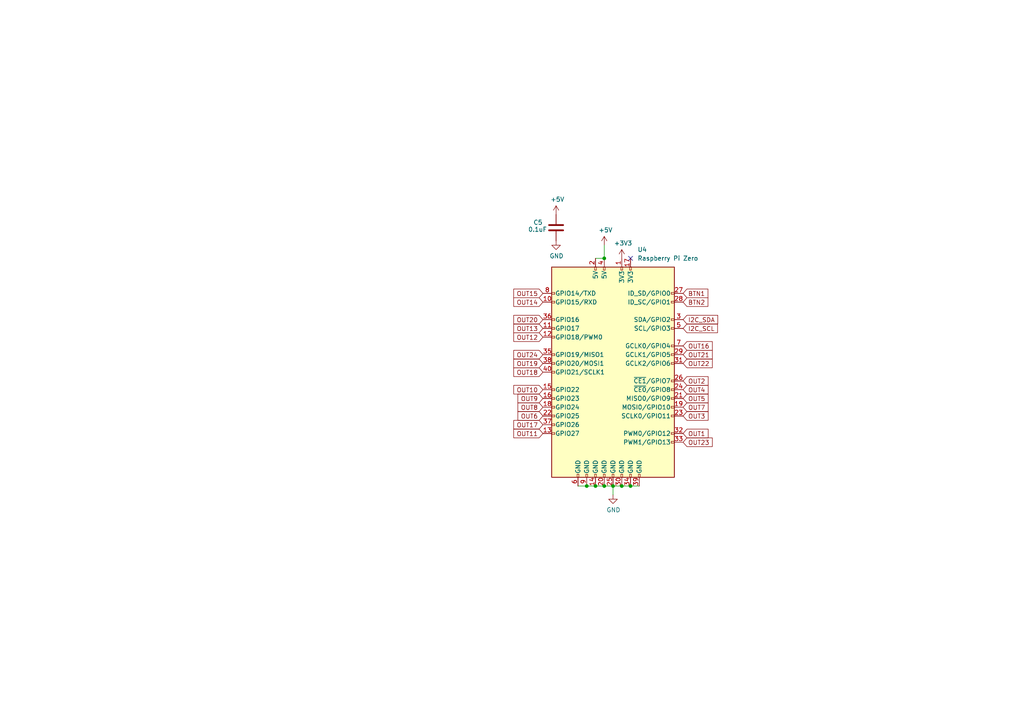
<source format=kicad_sch>
(kicad_sch (version 20211123) (generator eeschema)
  (paper "A4")
  (title_block (title "Pi Zero 24 Diff") (date "2022-08-31") (rev "v1") (company "Scott Hanson"))
  (lib_symbols
    (symbol "Connector:Raspberry_Pi_2_3" (pin_names (offset 1.016))
      (property "Reference" "J" (at -17.78 31.75 0))
      (property "Value" "Raspberry_Pi_2_3" (at 10.16 -31.75 0))
      (symbol "Raspberry_Pi_2_3_0_1"
        (rectangle (start -17.78 30.48) (end 17.78 -30.48) (stroke (width 0.254)) (fill (type background)))
      )
      (symbol "Raspberry_Pi_2_3_1_1"
        (rectangle (start -16.891 -17.526) (end -17.78 -18.034))
        (rectangle (start -16.891 -14.986) (end -17.78 -15.494))
        (rectangle (start -16.891 -12.446) (end -17.78 -12.954))
        (rectangle (start -16.891 -9.906) (end -17.78 -10.414))
        (rectangle (start -16.891 -7.366) (end -17.78 -7.874))
        (rectangle (start -16.891 -4.826) (end -17.78 -5.334))
        (rectangle (start -16.891 0.254) (end -17.78 -0.254))
        (rectangle (start -16.891 2.794) (end -17.78 2.286))
        (rectangle (start -16.891 5.334) (end -17.78 4.826))
        (rectangle (start -16.891 10.414) (end -17.78 9.906))
        (rectangle (start -16.891 12.954) (end -17.78 12.446))
        (rectangle (start -16.891 15.494) (end -17.78 14.986))
        (rectangle (start -16.891 20.574) (end -17.78 20.066))
        (rectangle (start -16.891 23.114) (end -17.78 22.606))
        (rectangle (start -10.414 -29.591) (end -9.906 -30.48))
        (rectangle (start -7.874 -29.591) (end -7.366 -30.48))
        (rectangle (start -5.334 -29.591) (end -4.826 -30.48))
        (rectangle (start -5.334 30.48) (end -4.826 29.591))
        (rectangle (start -2.794 -29.591) (end -2.286 -30.48))
        (rectangle (start -2.794 30.48) (end -2.286 29.591))
        (rectangle (start -0.254 -29.591) (end 0.254 -30.48))
        (rectangle (start 2.286 -29.591) (end 2.794 -30.48))
        (rectangle (start 2.286 30.48) (end 2.794 29.591))
        (rectangle (start 4.826 -29.591) (end 5.334 -30.48))
        (rectangle (start 4.826 30.48) (end 5.334 29.591))
        (rectangle (start 7.366 -29.591) (end 7.874 -30.48))
        (rectangle (start 17.78 -20.066) (end 16.891 -20.574))
        (rectangle (start 17.78 -17.526) (end 16.891 -18.034))
        (rectangle (start 17.78 -12.446) (end 16.891 -12.954))
        (rectangle (start 17.78 -9.906) (end 16.891 -10.414))
        (rectangle (start 17.78 -7.366) (end 16.891 -7.874))
        (rectangle (start 17.78 -4.826) (end 16.891 -5.334))
        (rectangle (start 17.78 -2.286) (end 16.891 -2.794))
        (rectangle (start 17.78 2.794) (end 16.891 2.286))
        (rectangle (start 17.78 5.334) (end 16.891 4.826))
        (rectangle (start 17.78 7.874) (end 16.891 7.366))
        (rectangle (start 17.78 12.954) (end 16.891 12.446))
        (rectangle (start 17.78 15.494) (end 16.891 14.986))
        (rectangle (start 17.78 20.574) (end 16.891 20.066))
        (rectangle (start 17.78 23.114) (end 16.891 22.606))
        (pin power_in line (at 2.54 33.02 270) (length 2.54) (name "3V3") (number "1"))
        (pin bidirectional line (at -20.32 20.32 0) (length 2.54) (name "GPIO15/RXD") (number "10"))
        (pin bidirectional line (at -20.32 12.7 0) (length 2.54) (name "GPIO17") (number "11"))
        (pin bidirectional line (at -20.32 10.16 0) (length 2.54) (name "GPIO18/PWM0") (number "12"))
        (pin bidirectional line (at -20.32 -17.78 0) (length 2.54) (name "GPIO27") (number "13"))
        (pin power_in line (at -5.08 -33.02 90) (length 2.54) (name "GND") (number "14"))
        (pin bidirectional line (at -20.32 -5.08 0) (length 2.54) (name "GPIO22") (number "15"))
        (pin bidirectional line (at -20.32 -7.62 0) (length 2.54) (name "GPIO23") (number "16"))
        (pin power_in line (at 5.08 33.02 270) (length 2.54) (name "3V3") (number "17"))
        (pin bidirectional line (at -20.32 -10.16 0) (length 2.54) (name "GPIO24") (number "18"))
        (pin bidirectional line (at 20.32 -10.16 180) (length 2.54) (name "MOSI0/GPIO10") (number "19"))
        (pin power_in line (at -5.08 33.02 270) (length 2.54) (name "5V") (number "2"))
        (pin power_in line (at -2.54 -33.02 90) (length 2.54) (name "GND") (number "20"))
        (pin bidirectional line (at 20.32 -7.62 180) (length 2.54) (name "MISO0/GPIO9") (number "21"))
        (pin bidirectional line (at -20.32 -12.7 0) (length 2.54) (name "GPIO25") (number "22"))
        (pin bidirectional line (at 20.32 -12.7 180) (length 2.54) (name "SCLK0/GPIO11") (number "23"))
        (pin bidirectional line (at 20.32 -5.08 180) (length 2.54) (name "~{CE0}/GPIO8") (number "24"))
        (pin power_in line (at 0 -33.02 90) (length 2.54) (name "GND") (number "25"))
        (pin bidirectional line (at 20.32 -2.54 180) (length 2.54) (name "~{CE1}/GPIO7") (number "26"))
        (pin bidirectional line (at 20.32 22.86 180) (length 2.54) (name "ID_SD/GPIO0") (number "27"))
        (pin bidirectional line (at 20.32 20.32 180) (length 2.54) (name "ID_SC/GPIO1") (number "28"))
        (pin bidirectional line (at 20.32 5.08 180) (length 2.54) (name "GCLK1/GPIO5") (number "29"))
        (pin bidirectional line (at 20.32 15.24 180) (length 2.54) (name "SDA/GPIO2") (number "3"))
        (pin power_in line (at 2.54 -33.02 90) (length 2.54) (name "GND") (number "30"))
        (pin bidirectional line (at 20.32 2.54 180) (length 2.54) (name "GCLK2/GPIO6") (number "31"))
        (pin bidirectional line (at 20.32 -17.78 180) (length 2.54) (name "PWM0/GPIO12") (number "32"))
        (pin bidirectional line (at 20.32 -20.32 180) (length 2.54) (name "PWM1/GPIO13") (number "33"))
        (pin power_in line (at 5.08 -33.02 90) (length 2.54) (name "GND") (number "34"))
        (pin bidirectional line (at -20.32 5.08 0) (length 2.54) (name "GPIO19/MISO1") (number "35"))
        (pin bidirectional line (at -20.32 15.24 0) (length 2.54) (name "GPIO16") (number "36"))
        (pin bidirectional line (at -20.32 -15.24 0) (length 2.54) (name "GPIO26") (number "37"))
        (pin bidirectional line (at -20.32 2.54 0) (length 2.54) (name "GPIO20/MOSI1") (number "38"))
        (pin power_in line (at 7.62 -33.02 90) (length 2.54) (name "GND") (number "39"))
        (pin power_in line (at -2.54 33.02 270) (length 2.54) (name "5V") (number "4"))
        (pin bidirectional line (at -20.32 0 0) (length 2.54) (name "GPIO21/SCLK1") (number "40"))
        (pin bidirectional line (at 20.32 12.7 180) (length 2.54) (name "SCL/GPIO3") (number "5"))
        (pin power_in line (at -10.16 -33.02 90) (length 2.54) (name "GND") (number "6"))
        (pin bidirectional line (at 20.32 7.62 180) (length 2.54) (name "GCLK0/GPIO4") (number "7"))
        (pin bidirectional line (at -20.32 22.86 0) (length 2.54) (name "GPIO14/TXD") (number "8"))
        (pin power_in line (at -7.62 -33.02 90) (length 2.54) (name "GND") (number "9"))
      )
    )
    (symbol "Device:C" (pin_numbers hide) (pin_names (offset 0.254))
      (property "Reference" "C" (at 0.635 2.54 0))
      (property "Value" "C" (at 0.635 -2.54 0))
      (symbol "C_0_1"
        (polyline (pts (xy -2.032 -0.762) (xy 2.032 -0.762)) (stroke (width 0.508)))
        (polyline (pts (xy -2.032 0.762) (xy 2.032 0.762)) (stroke (width 0.508)))
      )
      (symbol "C_1_1"
        (pin passive line (at 0 3.81 270) (length 2.794) (name "~") (number "1"))
        (pin passive line (at 0 -3.81 90) (length 2.794) (name "~") (number "2"))
      )
    )
    (symbol "power:+3.3V" (power) (pin_names (offset 0))
      (property "Value" "+3.3V" (at 0 3.556 0))
      (symbol "+3.3V_0_1"
        (polyline (pts (xy -0.762 1.27) (xy 0 2.54)))
        (polyline (pts (xy 0 0) (xy 0 2.54)))
        (polyline (pts (xy 0 2.54) (xy 0.762 1.27)))
      )
      (symbol "+3.3V_1_1"
        (pin power_in line (at 0 0 90) (length 0) hide (name "+3V3") (number "1"))
      )
    )
    (symbol "power:+5V" (power) (pin_names (offset 0))
      (property "Value" "+5V" (at 0 3.556 0))
      (symbol "+5V_0_1"
        (polyline (pts (xy -0.762 1.27) (xy 0 2.54)))
        (polyline (pts (xy 0 0) (xy 0 2.54)))
        (polyline (pts (xy 0 2.54) (xy 0.762 1.27)))
      )
      (symbol "+5V_1_1"
        (pin power_in line (at 0 0 90) (length 0) hide (name "+5V") (number "1"))
      )
    )
    (symbol "power:GND" (power) (pin_names (offset 0))
      (property "Value" "GND" (at 0 -3.81 0))
      (symbol "GND_0_1"
        (polyline (pts (xy 0 0) (xy 0 -1.27) (xy 1.27 -1.27) (xy 0 -2.54) (xy -1.27 -1.27) (xy 0 -1.27)))
      )
      (symbol "GND_1_1"
        (pin power_in line (at 0 0 270) (length 0) hide (name "GND") (number "1"))
      )
    )
  )
  (junction (at 180.34 140.97))
  (junction (at 172.72 140.97))
  (junction (at 175.26 140.97))
  (junction (at 177.8 140.97))
  (junction (at 175.26 74.93))
  (junction (at 182.88 140.97))
  (junction (at 170.18 140.97))
  (no_connect (at 182.88 74.93))
  (wire (pts (xy 170.18 140.97) (xy 172.72 140.97)))
  (wire (pts (xy 172.72 140.97) (xy 175.26 140.97)))
  (wire (pts (xy 180.34 140.97) (xy 182.88 140.97)))
  (wire (pts (xy 177.8 140.97) (xy 180.34 140.97)))
  (wire (pts (xy 172.72 74.93) (xy 175.26 74.93)))
  (wire (pts (xy 175.26 71.12) (xy 175.26 74.93)))
  (wire (pts (xy 175.26 140.97) (xy 177.8 140.97)))
  (wire (pts (xy 177.8 140.97) (xy 177.8 143.51)))
  (wire (pts (xy 167.64 140.97) (xy 170.18 140.97)))
  (wire (pts (xy 182.88 140.97) (xy 185.42 140.97)))
  (global_label "OUT12" (shape input) (at 157.48 97.79 180) (property "Intersheet References" "${INTERSHEET_REFS}" (effects hide)))
  (global_label "OUT18" (shape input) (at 157.48 107.95 180) (property "Intersheet References" "${INTERSHEET_REFS}" (effects hide)))
  (global_label "OUT21" (shape input) (at 198.12 102.87 0) (property "Intersheet References" "${INTERSHEET_REFS}" (effects hide)))
  (global_label "OUT22" (shape input) (at 198.12 105.41 0) (property "Intersheet References" "${INTERSHEET_REFS}" (effects hide)))
  (global_label "OUT6" (shape input) (at 157.48 120.65 180) (property "Intersheet References" "${INTERSHEET_REFS}" (effects hide)))
  (global_label "OUT8" (shape input) (at 157.48 118.11 180) (property "Intersheet References" "${INTERSHEET_REFS}" (effects hide)))
  (global_label "OUT15" (shape input) (at 157.48 85.09 180) (property "Intersheet References" "${INTERSHEET_REFS}" (effects hide)))
  (global_label "OUT2" (shape input) (at 198.12 110.49 0) (property "Intersheet References" "${INTERSHEET_REFS}" (effects hide)))
  (global_label "I2C_SDA" (shape input) (at 198.12 92.71 0) (property "Intersheet References" "${INTERSHEET_REFS}" (effects hide)))
  (global_label "BTN1" (shape input) (at 198.12 85.09 0) (property "Intersheet References" "${INTERSHEET_REFS}" (effects hide)))
  (global_label "OUT13" (shape input) (at 157.48 95.25 180) (property "Intersheet References" "${INTERSHEET_REFS}" (effects hide)))
  (global_label "OUT4" (shape input) (at 198.12 113.03 0) (property "Intersheet References" "${INTERSHEET_REFS}" (effects hide)))
  (global_label "BTN2" (shape input) (at 198.12 87.63 0) (property "Intersheet References" "${INTERSHEET_REFS}" (effects hide)))
  (global_label "OUT23" (shape input) (at 198.12 128.27 0) (property "Intersheet References" "${INTERSHEET_REFS}" (effects hide)))
  (global_label "OUT17" (shape input) (at 157.48 123.19 180) (property "Intersheet References" "${INTERSHEET_REFS}" (effects hide)))
  (global_label "OUT19" (shape input) (at 157.48 105.41 180) (property "Intersheet References" "${INTERSHEET_REFS}" (effects hide)))
  (global_label "OUT5" (shape input) (at 198.12 115.57 0) (property "Intersheet References" "${INTERSHEET_REFS}" (effects hide)))
  (global_label "OUT14" (shape input) (at 157.48 87.63 180) (property "Intersheet References" "${INTERSHEET_REFS}" (effects hide)))
  (global_label "OUT11" (shape input) (at 157.48 125.73 180) (property "Intersheet References" "${INTERSHEET_REFS}" (effects hide)))
  (global_label "OUT20" (shape input) (at 157.48 92.71 180) (property "Intersheet References" "${INTERSHEET_REFS}" (effects hide)))
  (global_label "OUT16" (shape input) (at 198.12 100.33 0) (property "Intersheet References" "${INTERSHEET_REFS}" (effects hide)))
  (global_label "OUT24" (shape input) (at 157.48 102.87 180) (property "Intersheet References" "${INTERSHEET_REFS}" (effects hide)))
  (global_label "OUT9" (shape input) (at 157.48 115.57 180) (property "Intersheet References" "${INTERSHEET_REFS}" (effects hide)))
  (global_label "OUT10" (shape input) (at 157.48 113.03 180) (property "Intersheet References" "${INTERSHEET_REFS}" (effects hide)))
  (global_label "OUT3" (shape input) (at 198.12 120.65 0) (property "Intersheet References" "${INTERSHEET_REFS}" (effects hide)))
  (global_label "I2C_SCL" (shape input) (at 198.12 95.25 0) (property "Intersheet References" "${INTERSHEET_REFS}" (effects hide)))
  (global_label "OUT7" (shape input) (at 198.12 118.11 0) (property "Intersheet References" "${INTERSHEET_REFS}" (effects hide)))
  (global_label "OUT1" (shape input) (at 198.12 125.73 0) (property "Intersheet References" "${INTERSHEET_REFS}" (effects hide)))
  (symbol (lib_id "power:+5V") (at 161.29 62.23 0) (unit 1)
    (property "Reference" "#PWR025" (effects hide))
    (property "Value" "+5V" (at 161.671 57.8358 0))
  )
  (symbol (lib_id "power:GND") (at 177.8 143.51 0) (unit 1)
    (property "Reference" "#PWR028" (effects hide))
    (property "Value" "GND" (at 177.927 147.9042 0))
  )
  (symbol (lib_id "Device:C") (at 161.29 66.04 0) (unit 1)
    (property "Reference" "C5" (at 154.686 64.516 0) (effects (justify left)))
    (property "Value" "0.1uF" (at 153.162 66.548 0) (effects (justify left)))
    (property "Footprint" "Capacitor_SMD:C_0603_1608Metric_Pad1.08x0.95mm_HandSolder" (effects hide))
    (property "Digi-Key_PN" "1276-1935-2-ND" (effects hide))
    (property "MPN" "CL10B104KB8NNWC" (effects hide))
    (property "LCSC" "C14663" (effects hide))
  )
  (symbol (lib_id "power:GND") (at 161.29 69.85 0) (unit 1)
    (property "Reference" "#PWR026" (effects hide))
    (property "Value" "GND" (at 161.417 74.2442 0))
  )
  (symbol (lib_id "power:+3.3V") (at 180.34 74.93 0) (unit 1)
    (property "Reference" "#PWR029" (effects hide))
    (property "Value" "+3.3V" (at 180.721 70.5358 0))
  )
  (symbol (lib_id "Connector:Raspberry_Pi_2_3") (at 177.8 107.95 0) (unit 1)
    (property "Reference" "U4" (at 184.8994 72.39 0) (effects (justify left)))
    (property "Value" "Raspberry Pi Zero" (at 184.8994 74.93 0) (effects (justify left)))
    (property "Footprint" "Scotts:Raspberry_Pi_Zero_Socketed_THT_FaceDown_MountingHoles" (effects hide))
    (property "Datasheet" "https://www.raspberrypi.org/documentation/hardware/raspberrypi/schematics/rpi_SCH_3bplus_1p0_reduced.pdf" (effects hide))
  )
  (symbol (lib_id "power:+5V") (at 175.26 71.12 0) (unit 1)
    (property "Reference" "#PWR027" (effects hide))
    (property "Value" "+5V" (at 175.641 66.7258 0))
  )
)
</source>
